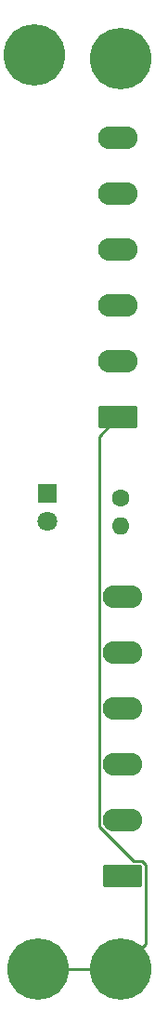
<source format=gbr>
%TF.GenerationSoftware,KiCad,Pcbnew,7.0.2*%
%TF.CreationDate,2025-05-12T08:16:42+01:00*%
%TF.ProjectId,PCB-POWER-DISTRO,5043422d-504f-4574-9552-2d4449535452,v0.0.2*%
%TF.SameCoordinates,Original*%
%TF.FileFunction,Copper,L2,Bot*%
%TF.FilePolarity,Positive*%
%FSLAX46Y46*%
G04 Gerber Fmt 4.6, Leading zero omitted, Abs format (unit mm)*
G04 Created by KiCad (PCBNEW 7.0.2) date 2025-05-12 08:16:42*
%MOMM*%
%LPD*%
G01*
G04 APERTURE LIST*
G04 Aperture macros list*
%AMRoundRect*
0 Rectangle with rounded corners*
0 $1 Rounding radius*
0 $2 $3 $4 $5 $6 $7 $8 $9 X,Y pos of 4 corners*
0 Add a 4 corners polygon primitive as box body*
4,1,4,$2,$3,$4,$5,$6,$7,$8,$9,$2,$3,0*
0 Add four circle primitives for the rounded corners*
1,1,$1+$1,$2,$3*
1,1,$1+$1,$4,$5*
1,1,$1+$1,$6,$7*
1,1,$1+$1,$8,$9*
0 Add four rect primitives between the rounded corners*
20,1,$1+$1,$2,$3,$4,$5,0*
20,1,$1+$1,$4,$5,$6,$7,0*
20,1,$1+$1,$6,$7,$8,$9,0*
20,1,$1+$1,$8,$9,$2,$3,0*%
G04 Aperture macros list end*
%TA.AperFunction,ComponentPad*%
%ADD10C,1.600000*%
%TD*%
%TA.AperFunction,ComponentPad*%
%ADD11O,1.600000X1.600000*%
%TD*%
%TA.AperFunction,ComponentPad*%
%ADD12C,5.600000*%
%TD*%
%TA.AperFunction,ComponentPad*%
%ADD13R,1.800000X1.800000*%
%TD*%
%TA.AperFunction,ComponentPad*%
%ADD14C,1.800000*%
%TD*%
%TA.AperFunction,ComponentPad*%
%ADD15RoundRect,0.249999X1.550001X-0.790001X1.550001X0.790001X-1.550001X0.790001X-1.550001X-0.790001X0*%
%TD*%
%TA.AperFunction,ComponentPad*%
%ADD16O,3.600000X2.080000*%
%TD*%
%TA.AperFunction,Conductor*%
%ADD17C,0.250000*%
%TD*%
G04 APERTURE END LIST*
D10*
%TO.P,R11,1*%
%TO.N,Net-(5V1-A)*%
X94346000Y-77658000D03*
D11*
%TO.P,R11,2*%
%TO.N,+5V*%
X94346000Y-80198000D03*
%TD*%
D12*
%TO.P,H4,1,1*%
%TO.N,GND*%
X86752000Y-120440000D03*
%TD*%
%TO.P,H1,1,1*%
%TO.N,GND*%
X94305000Y-37629500D03*
%TD*%
%TO.P,H3,1,1*%
%TO.N,GND*%
X94305000Y-120440000D03*
%TD*%
%TO.P,H2,1,1*%
%TO.N,GND*%
X86452000Y-37329500D03*
%TD*%
D13*
%TO.P,5V1,1,K*%
%TO.N,GND*%
X87592000Y-77200000D03*
D14*
%TO.P,5V1,2,A*%
%TO.N,Net-(5V1-A)*%
X87592000Y-79740000D03*
%TD*%
D15*
%TO.P,J5,1,Pin_1*%
%TO.N,GND*%
X94090000Y-70277000D03*
D16*
%TO.P,J5,2,Pin_2*%
X94090000Y-65197000D03*
%TO.P,J5,3,Pin_3*%
X94090000Y-60117000D03*
%TO.P,J5,4,Pin_4*%
X94090000Y-55037000D03*
%TO.P,J5,5,Pin_5*%
X94090000Y-49957000D03*
%TO.P,J5,6,Pin_6*%
X94090000Y-44877000D03*
%TD*%
D15*
%TO.P,J4,1,Pin_1*%
%TO.N,+5V*%
X94475500Y-112024000D03*
D16*
%TO.P,J4,2,Pin_2*%
X94475500Y-106944000D03*
%TO.P,J4,3,Pin_3*%
X94475500Y-101864000D03*
%TO.P,J4,4,Pin_4*%
X94475500Y-96784000D03*
%TO.P,J4,5,Pin_5*%
X94475500Y-91704000D03*
%TO.P,J4,6,Pin_6*%
X94475500Y-86624000D03*
%TD*%
D17*
%TO.N,GND*%
X86752000Y-120440000D02*
X94305000Y-120440000D01*
X96600500Y-118144500D02*
X94305000Y-120440000D01*
X96263673Y-110659000D02*
X96600500Y-110995827D01*
X95500098Y-110659000D02*
X96263673Y-110659000D01*
X92350500Y-72016500D02*
X92350500Y-107509402D01*
X92350500Y-107509402D02*
X95500098Y-110659000D01*
X96600500Y-110995827D02*
X96600500Y-118144500D01*
X94090000Y-70277000D02*
X92350500Y-72016500D01*
%TD*%
M02*

</source>
